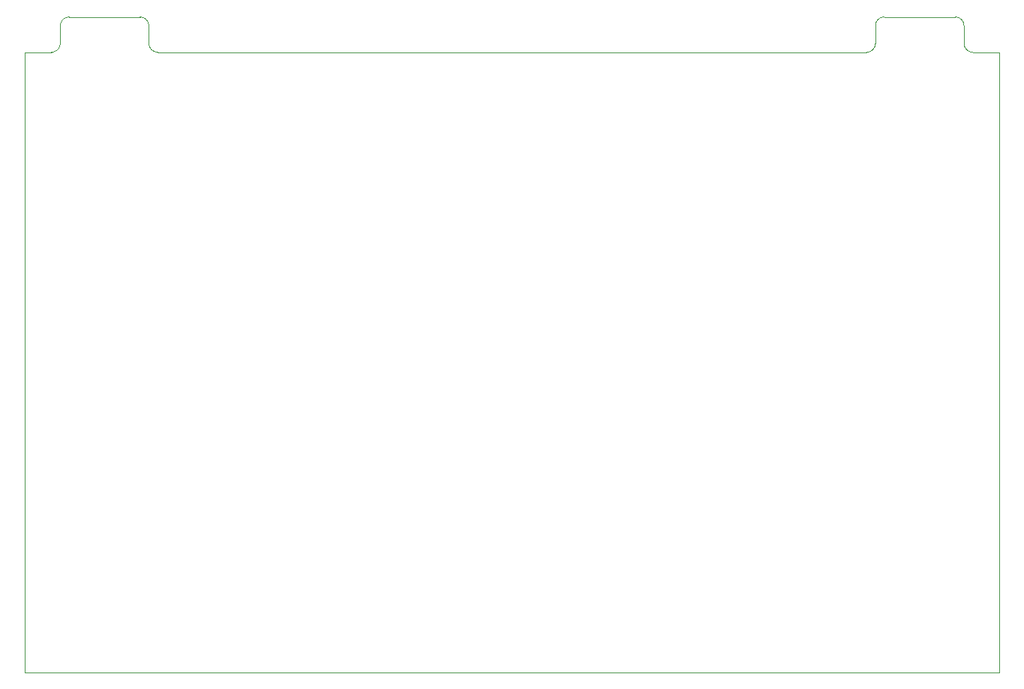
<source format=gm1>
G04*
G04 #@! TF.GenerationSoftware,Altium Limited,Altium Designer,25.5.2 (35)*
G04*
G04 Layer_Color=16711935*
%FSLAX44Y44*%
%MOMM*%
G71*
G04*
G04 #@! TF.SameCoordinates,2BC97BB2-2E63-4695-AD16-250A8A04C011*
G04*
G04*
G04 #@! TF.FilePolarity,Positive*
G04*
G01*
G75*
%ADD10C,0.1000*%
D10*
X140000Y730000D02*
G03*
X130000Y740000I-10000J0D01*
G01*
X50000Y740000D02*
G03*
X40000Y730000I0J-10000D01*
G01*
X970000Y740000D02*
G03*
X960000Y730000I0J-10000D01*
G01*
X1060000Y730000D02*
G03*
X1050000Y740000I-10000J0D01*
G01*
X30000Y700000D02*
G03*
X40000Y710000I0J10000D01*
G01*
X140000Y710000D02*
G03*
X150000Y700000I10000J0D01*
G01*
X950000Y700000D02*
G03*
X960000Y710000I0J10000D01*
G01*
X1060000Y710000D02*
G03*
X1070000Y700000I10000J0D01*
G01*
X140000Y730000D02*
X140000Y710000D01*
X50000Y740000D02*
X130000Y740000D01*
X40000Y710000D02*
Y730000D01*
X960000Y710000D02*
Y730000D01*
X970000Y740000D02*
X1050000Y740000D01*
X1060000Y730000D02*
X1060000Y710000D01*
X960000Y710000D02*
X960000Y710000D01*
X0Y700000D02*
X30000D01*
X150000D02*
X950000D01*
X1070000Y700000D02*
X1100000Y700000D01*
X0Y0D02*
X1100000D01*
X-0Y700000D02*
X0Y0D01*
X1100000Y700000D02*
X1100000Y0D01*
M02*

</source>
